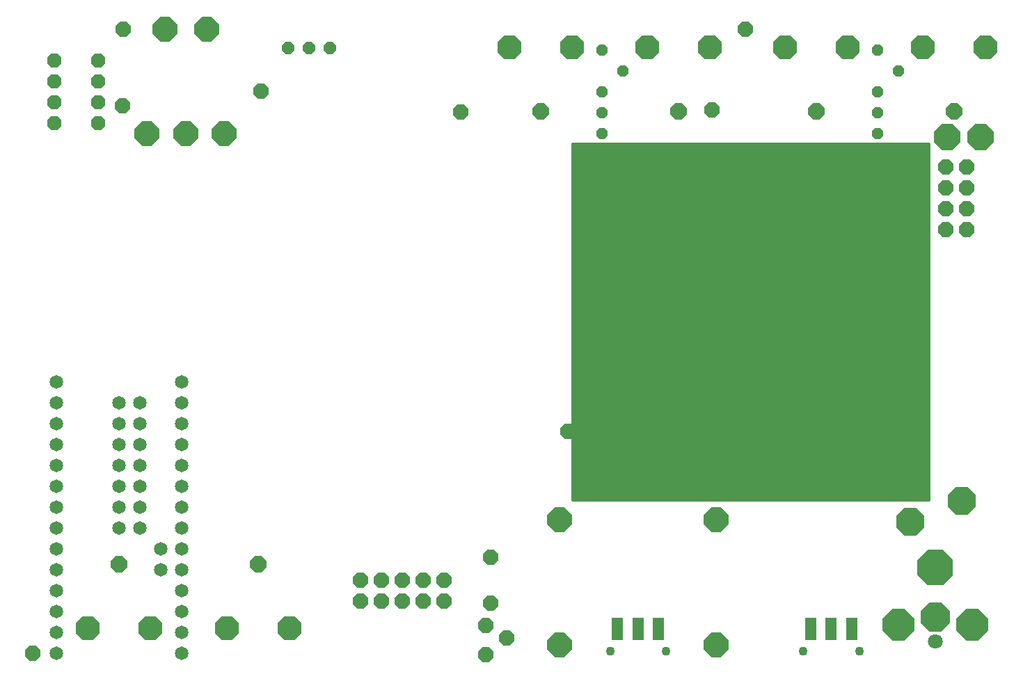
<source format=gbs>
G75*
%MOIN*%
%OFA0B0*%
%FSLAX24Y24*%
%IPPOS*%
%LPD*%
%AMOC8*
5,1,8,0,0,1.08239X$1,22.5*
%
%ADD10C,0.0100*%
%ADD11C,0.1379*%
%ADD12R,0.0552X0.1064*%
%ADD13C,0.0434*%
%ADD14OC8,0.1145*%
%ADD15OC8,0.0780*%
%ADD16OC8,0.0740*%
%ADD17OC8,0.0611*%
%ADD18OC8,0.1175*%
%ADD19OC8,0.1700*%
%ADD20OC8,0.1405*%
%ADD21C,0.0710*%
%ADD22OC8,0.1504*%
%ADD23OC8,0.0680*%
%ADD24OC8,0.0552*%
%ADD25C,0.0650*%
%ADD26OC8,0.1261*%
%ADD27OC8,0.0730*%
%ADD28OC8,0.1346*%
D10*
X034393Y013945D02*
X034393Y031045D01*
X051493Y031045D01*
X051493Y013945D01*
X034393Y013945D01*
X034393Y013974D02*
X051493Y013974D01*
X051493Y014072D02*
X034393Y014072D01*
X034393Y014171D02*
X051493Y014171D01*
X051493Y014269D02*
X034393Y014269D01*
X034393Y014368D02*
X051493Y014368D01*
X051493Y014466D02*
X034393Y014466D01*
X034393Y014565D02*
X051493Y014565D01*
X051493Y014663D02*
X034393Y014663D01*
X034393Y014762D02*
X051493Y014762D01*
X051493Y014860D02*
X034393Y014860D01*
X034393Y014959D02*
X051493Y014959D01*
X051493Y015057D02*
X034393Y015057D01*
X034393Y015156D02*
X051493Y015156D01*
X051493Y015254D02*
X034393Y015254D01*
X034393Y015353D02*
X051493Y015353D01*
X051493Y015451D02*
X034393Y015451D01*
X034393Y015550D02*
X051493Y015550D01*
X051493Y015648D02*
X034393Y015648D01*
X034393Y015747D02*
X051493Y015747D01*
X051493Y015845D02*
X034393Y015845D01*
X034393Y015944D02*
X051493Y015944D01*
X051493Y016042D02*
X034393Y016042D01*
X034393Y016141D02*
X051493Y016141D01*
X051493Y016239D02*
X034393Y016239D01*
X034393Y016338D02*
X051493Y016338D01*
X051493Y016436D02*
X034393Y016436D01*
X034393Y016535D02*
X051493Y016535D01*
X051493Y016633D02*
X034393Y016633D01*
X034393Y016732D02*
X051493Y016732D01*
X051493Y016830D02*
X034393Y016830D01*
X034393Y016929D02*
X051493Y016929D01*
X051493Y017027D02*
X034393Y017027D01*
X034393Y017126D02*
X051493Y017126D01*
X051493Y017224D02*
X034393Y017224D01*
X034393Y017323D02*
X051493Y017323D01*
X051493Y017421D02*
X034393Y017421D01*
X034393Y017520D02*
X051493Y017520D01*
X051493Y017618D02*
X034393Y017618D01*
X034393Y017717D02*
X051493Y017717D01*
X051493Y017815D02*
X034393Y017815D01*
X034393Y017914D02*
X051493Y017914D01*
X051493Y018012D02*
X034393Y018012D01*
X034393Y018111D02*
X051493Y018111D01*
X051493Y018209D02*
X034393Y018209D01*
X034393Y018308D02*
X051493Y018308D01*
X051493Y018406D02*
X034393Y018406D01*
X034393Y018505D02*
X051493Y018505D01*
X051493Y018603D02*
X034393Y018603D01*
X034393Y018702D02*
X051493Y018702D01*
X051493Y018800D02*
X034393Y018800D01*
X034393Y018899D02*
X051493Y018899D01*
X051493Y018997D02*
X034393Y018997D01*
X034393Y019096D02*
X051493Y019096D01*
X051493Y019194D02*
X034393Y019194D01*
X034393Y019293D02*
X051493Y019293D01*
X051493Y019391D02*
X034393Y019391D01*
X034393Y019490D02*
X051493Y019490D01*
X051493Y019588D02*
X034393Y019588D01*
X034393Y019687D02*
X051493Y019687D01*
X051493Y019785D02*
X034393Y019785D01*
X034393Y019884D02*
X051493Y019884D01*
X051493Y019982D02*
X034393Y019982D01*
X034393Y020081D02*
X051493Y020081D01*
X051493Y020179D02*
X034393Y020179D01*
X034393Y020278D02*
X051493Y020278D01*
X051493Y020376D02*
X034393Y020376D01*
X034393Y020475D02*
X051493Y020475D01*
X051493Y020573D02*
X034393Y020573D01*
X034393Y020672D02*
X051493Y020672D01*
X051493Y020770D02*
X034393Y020770D01*
X034393Y020869D02*
X051493Y020869D01*
X051493Y020967D02*
X034393Y020967D01*
X034393Y021066D02*
X051493Y021066D01*
X051493Y021164D02*
X034393Y021164D01*
X034393Y021263D02*
X051493Y021263D01*
X051493Y021361D02*
X034393Y021361D01*
X034393Y021460D02*
X051493Y021460D01*
X051493Y021558D02*
X034393Y021558D01*
X034393Y021657D02*
X051493Y021657D01*
X051493Y021755D02*
X034393Y021755D01*
X034393Y021854D02*
X051493Y021854D01*
X051493Y021952D02*
X034393Y021952D01*
X034393Y022051D02*
X051493Y022051D01*
X051493Y022149D02*
X034393Y022149D01*
X034393Y022248D02*
X051493Y022248D01*
X051493Y022346D02*
X034393Y022346D01*
X034393Y022445D02*
X051493Y022445D01*
X051493Y022543D02*
X034393Y022543D01*
X034393Y022642D02*
X051493Y022642D01*
X051493Y022740D02*
X034393Y022740D01*
X034393Y022839D02*
X051493Y022839D01*
X051493Y022937D02*
X034393Y022937D01*
X034393Y023036D02*
X051493Y023036D01*
X051493Y023134D02*
X034393Y023134D01*
X034393Y023233D02*
X051493Y023233D01*
X051493Y023331D02*
X034393Y023331D01*
X034393Y023430D02*
X051493Y023430D01*
X051493Y023528D02*
X034393Y023528D01*
X034393Y023627D02*
X051493Y023627D01*
X051493Y023725D02*
X034393Y023725D01*
X034393Y023824D02*
X051493Y023824D01*
X051493Y023922D02*
X034393Y023922D01*
X034393Y024021D02*
X051493Y024021D01*
X051493Y024119D02*
X034393Y024119D01*
X034393Y024218D02*
X051493Y024218D01*
X051493Y024316D02*
X034393Y024316D01*
X034393Y024415D02*
X051493Y024415D01*
X051493Y024513D02*
X034393Y024513D01*
X034393Y024612D02*
X051493Y024612D01*
X051493Y024710D02*
X034393Y024710D01*
X034393Y024809D02*
X051493Y024809D01*
X051493Y024907D02*
X034393Y024907D01*
X034393Y025006D02*
X051493Y025006D01*
X051493Y025104D02*
X034393Y025104D01*
X034393Y025203D02*
X051493Y025203D01*
X051493Y025301D02*
X034393Y025301D01*
X034393Y025400D02*
X051493Y025400D01*
X051493Y025498D02*
X034393Y025498D01*
X034393Y025597D02*
X051493Y025597D01*
X051493Y025695D02*
X034393Y025695D01*
X034393Y025794D02*
X051493Y025794D01*
X051493Y025892D02*
X034393Y025892D01*
X034393Y025991D02*
X051493Y025991D01*
X051493Y026089D02*
X034393Y026089D01*
X034393Y026188D02*
X051493Y026188D01*
X051493Y026286D02*
X034393Y026286D01*
X034393Y026385D02*
X051493Y026385D01*
X051493Y026483D02*
X034393Y026483D01*
X034393Y026582D02*
X051493Y026582D01*
X051493Y026680D02*
X034393Y026680D01*
X034393Y026779D02*
X051493Y026779D01*
X051493Y026877D02*
X034393Y026877D01*
X034393Y026976D02*
X051493Y026976D01*
X051493Y027074D02*
X034393Y027074D01*
X034393Y027173D02*
X051493Y027173D01*
X051493Y027271D02*
X034393Y027271D01*
X034393Y027370D02*
X051493Y027370D01*
X051493Y027468D02*
X034393Y027468D01*
X034393Y027567D02*
X051493Y027567D01*
X051493Y027665D02*
X034393Y027665D01*
X034393Y027764D02*
X051493Y027764D01*
X051493Y027862D02*
X034393Y027862D01*
X034393Y027961D02*
X051493Y027961D01*
X051493Y028059D02*
X034393Y028059D01*
X034393Y028158D02*
X051493Y028158D01*
X051493Y028256D02*
X034393Y028256D01*
X034393Y028355D02*
X051493Y028355D01*
X051493Y028453D02*
X034393Y028453D01*
X034393Y028552D02*
X051493Y028552D01*
X051493Y028650D02*
X034393Y028650D01*
X034393Y028749D02*
X051493Y028749D01*
X051493Y028847D02*
X034393Y028847D01*
X034393Y028946D02*
X051493Y028946D01*
X051493Y029044D02*
X034393Y029044D01*
X034393Y029143D02*
X051493Y029143D01*
X051493Y029241D02*
X034393Y029241D01*
X034393Y029340D02*
X051493Y029340D01*
X051493Y029438D02*
X034393Y029438D01*
X034393Y029537D02*
X051493Y029537D01*
X051493Y029635D02*
X034393Y029635D01*
X034393Y029734D02*
X051493Y029734D01*
X051493Y029832D02*
X034393Y029832D01*
X034393Y029931D02*
X051493Y029931D01*
X051493Y030029D02*
X034393Y030029D01*
X034393Y030128D02*
X051493Y030128D01*
X051493Y030226D02*
X034393Y030226D01*
X034393Y030325D02*
X051493Y030325D01*
X051493Y030423D02*
X034393Y030423D01*
X034393Y030522D02*
X051493Y030522D01*
X051493Y030620D02*
X034393Y030620D01*
X034393Y030719D02*
X051493Y030719D01*
X051493Y030817D02*
X034393Y030817D01*
X034393Y030916D02*
X051493Y030916D01*
X051493Y031014D02*
X034393Y031014D01*
D11*
X039293Y029895D03*
X050043Y022745D03*
X035543Y015645D03*
D12*
X036559Y007778D03*
X037543Y007778D03*
X038528Y007778D03*
X045809Y007778D03*
X046793Y007778D03*
X047778Y007778D03*
D13*
X048132Y006695D03*
X045455Y006695D03*
X038882Y006695D03*
X036205Y006695D03*
D14*
X020843Y007805D03*
X017843Y007805D03*
X014193Y007805D03*
X011193Y007805D03*
X031393Y035635D03*
X034393Y035635D03*
X037993Y035635D03*
X040993Y035635D03*
X044593Y035635D03*
X047593Y035635D03*
X051193Y035635D03*
X054193Y035635D03*
D15*
X052693Y032565D03*
X046093Y032565D03*
X039493Y032565D03*
X032893Y032565D03*
X019343Y010875D03*
X012693Y010875D03*
D16*
X024243Y010095D03*
X024243Y009095D03*
X025243Y009095D03*
X026243Y009095D03*
X026243Y010095D03*
X025243Y010095D03*
X027243Y010095D03*
X027243Y009095D03*
X028243Y009095D03*
X028243Y010095D03*
X052282Y026918D03*
X053282Y026918D03*
X053282Y027918D03*
X052282Y027918D03*
X052282Y028918D03*
X053282Y028918D03*
X053282Y029918D03*
X052282Y029918D03*
D17*
X022793Y035595D03*
X021793Y035595D03*
X020793Y035595D03*
D18*
X016873Y036495D03*
X014873Y036495D03*
X014023Y031495D03*
X015873Y031495D03*
X017723Y031495D03*
X033793Y012995D03*
X033793Y006995D03*
X041293Y006995D03*
X041293Y012995D03*
D19*
X051770Y010719D03*
D20*
X051770Y008357D03*
D21*
X051770Y007176D03*
D22*
X053541Y007965D03*
X049998Y007965D03*
D23*
X011693Y031995D03*
X011693Y032995D03*
X011693Y033995D03*
X011693Y034995D03*
X009593Y034995D03*
X009593Y033995D03*
X009593Y032995D03*
X009593Y031995D03*
D24*
X035803Y031495D03*
X035803Y032495D03*
X035803Y033495D03*
X036803Y034495D03*
X035803Y035495D03*
X049003Y035495D03*
X050003Y034495D03*
X049003Y033495D03*
X049003Y032495D03*
X049003Y031495D03*
D25*
X015693Y019595D03*
X015693Y018595D03*
X015693Y017595D03*
X015693Y016595D03*
X015693Y015595D03*
X015693Y014595D03*
X015693Y013595D03*
X015693Y012595D03*
X015693Y011595D03*
X014693Y011595D03*
X014693Y010595D03*
X015693Y010595D03*
X015693Y009595D03*
X015693Y008595D03*
X015693Y007595D03*
X015693Y006595D03*
X009693Y006595D03*
X009693Y007595D03*
X009693Y008595D03*
X009693Y009595D03*
X009693Y010595D03*
X009693Y011595D03*
X009693Y012595D03*
X009693Y013595D03*
X009693Y014595D03*
X009693Y015595D03*
X009693Y016595D03*
X009693Y017595D03*
X009693Y018595D03*
X009693Y019595D03*
X012693Y018595D03*
X013693Y018595D03*
X013693Y017595D03*
X012693Y017595D03*
X012693Y016595D03*
X013693Y016595D03*
X013693Y015595D03*
X012693Y015595D03*
X012693Y014595D03*
X013693Y014595D03*
X013693Y013595D03*
X012693Y013595D03*
X012693Y012595D03*
X013693Y012595D03*
D26*
X052343Y031345D03*
X053943Y031345D03*
D27*
X008543Y006595D03*
X030243Y006545D03*
X031243Y007345D03*
X030243Y007945D03*
X030493Y008995D03*
X030493Y011195D03*
X034193Y017245D03*
X029043Y032545D03*
X019493Y033545D03*
X012843Y032845D03*
X012893Y036495D03*
X041093Y032645D03*
X042693Y036495D03*
D28*
X053043Y013895D03*
X050593Y012895D03*
M02*

</source>
